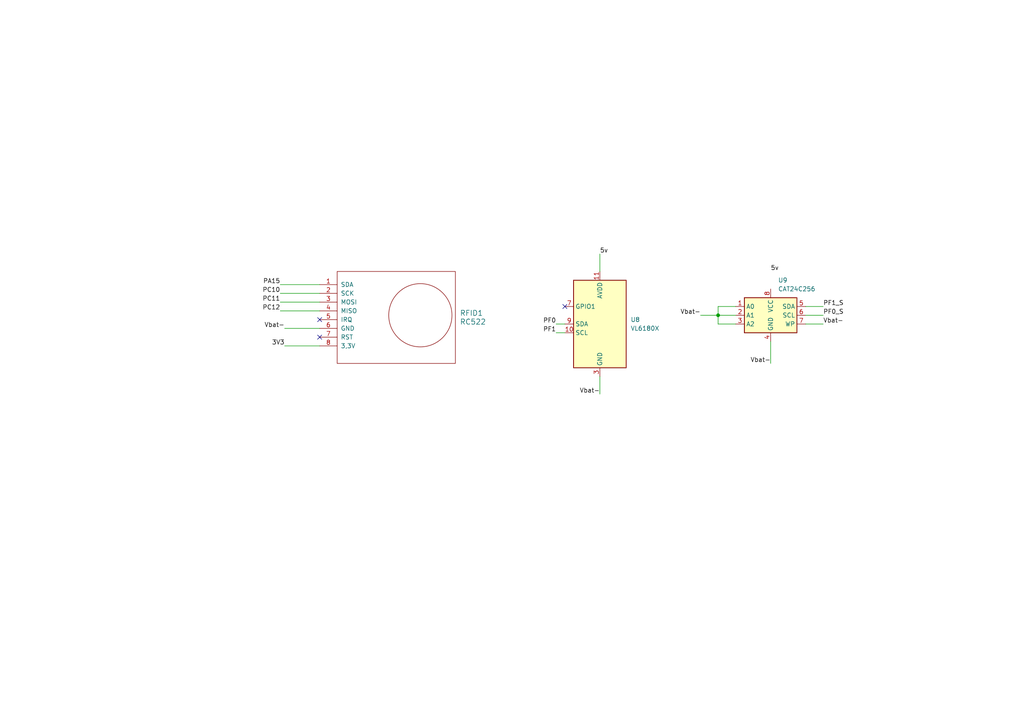
<source format=kicad_sch>
(kicad_sch (version 20250114) (generator "eeschema") (generator_version "9.0")
  (paper "A4")
  (lib_symbols
    (symbol "Memory_EEPROM:CAT24C256"
      (property "Reference" "U" (at -6.35 6.35 0))
      (property "Value" "CAT24C256" (at 1.27 6.35 0))
      (symbol "CAT24C256_1_1"
        (rectangle (start -7.62 5.08) (end 7.62 -5.08) (stroke (width 0.254)) (fill (type background)))
        (pin input line (at -10.16 2.54 0) (length 2.54) (name "A0") (number "1"))
        (pin input line (at -10.16 0 0) (length 2.54) (name "A1") (number "2"))
        (pin input line (at -10.16 -2.54 0) (length 2.54) (name "A2") (number "3"))
        (pin power_in line (at 0 7.62 270) (length 2.54) (name "VCC") (number "8"))
        (pin power_in line (at 0 -7.62 90) (length 2.54) (name "GND") (number "4"))
        (pin bidirectional line (at 10.16 2.54 180) (length 2.54) (name "SDA") (number "5"))
        (pin input line (at 10.16 0 180) (length 2.54) (name "SCL") (number "6"))
        (pin input line (at 10.16 -2.54 180) (length 2.54) (name "WP") (number "7"))
      )
    )
    (symbol "Sensor_Distance:VL53L0CXV0DH1"
      (property "Reference" "U8" (at 8.89 1.2701 0))
      (property "Value" "VL6180X" (at 8.89 -1.2699 0))
      (symbol "VL53L0CXV0DH1_0_1"
        (rectangle (start -7.62 12.7) (end 7.62 -12.7) (stroke (width 0.254)) (fill (type background)))
      )
      (symbol "VL53L0CXV0DH1_1_1"
        (pin open_collector line (at -10.16 5.08 0) (length 2.54) (name "GPIO1") (number "7"))
        (pin bidirectional line (at -10.16 0 0) (length 2.54) (name "SDA") (number "9"))
        (pin input line (at -10.16 -2.54 0) (length 2.54) (name "SCL") (number "10"))
        (pin no_connect line (at -7.62 7.62 0) (length 2.54) (hide yes) (name "DNC") (number "8"))
        (pin power_in line (at 0 15.24 270) (length 2.54) (name "AVDD") (number "11"))
        (pin passive line (at 0 -15.24 90) (length 2.54) (hide yes) (name "GND") (number "12"))
        (pin power_in line (at 0 -15.24 90) (length 2.54) (name "GND") (number "3"))
        (pin passive line (at 0 -15.24 90) (length 2.54) (hide yes) (name "GND") (number "4"))
        (pin passive line (at 0 -15.24 90) (length 2.54) (hide yes) (name "GND") (number "6"))
      )
    )
    (symbol "rc522:RC522" (pin_names (offset 1.016))
      (property "Reference" "RFID" (at 0 5.08 0))
      (property "Value" "RC522" (at 0 10.16 0))
      (symbol "RC522_0_1"
        (rectangle (start -13.97 30.48) (end 12.7 -3.81))
        (circle (center 0 6.35) (radius 9.1694))
      )
      (symbol "RC522_1_1"
        (pin power_in line (at -8.89 35.56 270) (length 5.08) (name "3,3V") (number "8"))
        (pin input line (at -6.35 35.56 270) (length 5.08) (name "RST") (number "7"))
        (pin power_in line (at -3.81 35.56 270) (length 5.08) (name "GND") (number "6"))
        (pin output line (at -1.27 35.56 270) (length 5.08) (name "IRQ") (number "5"))
        (pin output line (at 1.27 35.56 270) (length 5.08) (name "MISO") (number "4"))
        (pin output line (at 3.81 35.56 270) (length 5.08) (name "MOSI") (number "3"))
        (pin output line (at 6.35 35.56 270) (length 5.08) (name "SCK") (number "2"))
        (pin output line (at 8.89 35.56 270) (length 5.08) (name "SDA") (number "1"))
      )
    )
  )
  (junction (at 208.28 91.44))
  (no_connect (at 92.71 92.71))
  (no_connect (at 92.71 97.79))
  (no_connect (at 163.83 88.9))
  (wire (pts (xy 213.36 88.9) (xy 208.28 88.9)))
  (wire (pts (xy 203.2 91.44) (xy 208.28 91.44)))
  (wire (pts (xy 208.28 88.9) (xy 208.28 91.44)))
  (wire (pts (xy 81.28 82.55) (xy 92.71 82.55)))
  (wire (pts (xy 161.29 93.98) (xy 163.83 93.98)))
  (wire (pts (xy 233.68 93.98) (xy 238.76 93.98)))
  (wire (pts (xy 208.28 93.98) (xy 208.28 91.44)))
  (wire (pts (xy 173.99 109.22) (xy 173.99 114.3)))
  (wire (pts (xy 223.52 105.41) (xy 223.52 99.06)))
  (wire (pts (xy 81.28 90.17) (xy 92.71 90.17)))
  (wire (pts (xy 233.68 88.9) (xy 238.76 88.9)))
  (wire (pts (xy 161.29 96.52) (xy 163.83 96.52)))
  (wire (pts (xy 208.28 91.44) (xy 213.36 91.44)))
  (wire (pts (xy 82.55 100.33) (xy 92.71 100.33)))
  (wire (pts (xy 82.55 95.25) (xy 92.71 95.25)))
  (wire (pts (xy 81.28 85.09) (xy 92.71 85.09)))
  (wire (pts (xy 213.36 93.98) (xy 208.28 93.98)))
  (wire (pts (xy 81.28 87.63) (xy 92.71 87.63)))
  (wire (pts (xy 173.99 73.66) (xy 173.99 78.74)))
  (wire (pts (xy 233.68 91.44) (xy 238.76 91.44)))
  (label "PF1_S" (at 238.76 88.9 0))
  (label "PC11" (at 81.28 87.63 180))
  (label "PF1" (at 161.29 96.52 180))
  (label "Vbat-" (at 223.52 105.41 180))
  (label "PF0_S" (at 238.76 91.44 0))
  (label "PA15" (at 81.28 82.55 180))
  (label "PC10" (at 81.28 85.09 180))
  (label "Vbat-" (at 82.55 95.25 180))
  (label "Vbat-" (at 173.99 114.3 180))
  (label "5v" (at 223.52 78.74 0))
  (label "Vbat-" (at 203.2 91.44 180))
  (label "PF0" (at 161.29 93.98 180))
  (label "5v" (at 173.99 73.66 0))
  (label "PC12" (at 81.28 90.17 180))
  (label "3V3" (at 82.55 100.33 180))
  (label "Vbat-" (at 238.76 93.98 0))
  (symbol (lib_id "rc522:RC522") (at 128.27 91.44 90) (unit 1)
    (property "Reference" "RFID1" (at 133.35 90.8049 90) (effects (font (size 1.524 1.524)) (justify right)))
    (property "Value" "RC522" (at 133.35 93.3449 90) (effects (font (size 1.524 1.524)) (justify right)))
  )
  (symbol (lib_id "Sensor_Distance:VL53L0CXV0DH1") (at 173.99 93.98 0) (unit 1)
    (property "Reference" "U8" (at 182.88 92.7099 0) (effects (justify left)))
    (property "Value" "VL6180X" (at 182.88 95.2499 0) (effects (justify left)))
    (property "Footprint" "Sensor_Distance:ST_VL53L1x" (effects (hide yes)))
    (property "Datasheet" "https://www.st.com/resource/en/datasheet/vl53l0x.pdf" (effects (hide yes)))
    (property "Description" "2m distance ranging ToF sensor, Optical LGA12" (effects (hide yes)))
  )
  (symbol (lib_id "Memory_EEPROM:CAT24C256") (at 223.52 91.44 0) (unit 1)
    (property "Reference" "U9" (at 225.6633 81.28 0) (effects (justify left)))
    (property "Value" "CAT24C256" (at 225.6633 83.82 0) (effects (justify left)))
    (property "Datasheet" "https://www.onsemi.cn/PowerSolutions/document/CAT24C256-D.PDF" (effects (hide yes)))
    (property "Description" "256 kb CMOS Serial EEPROM, DIP-8/SOIC-8/TSSOP-8/DFN-8" (effects (hide yes)))
  )
)
</source>
